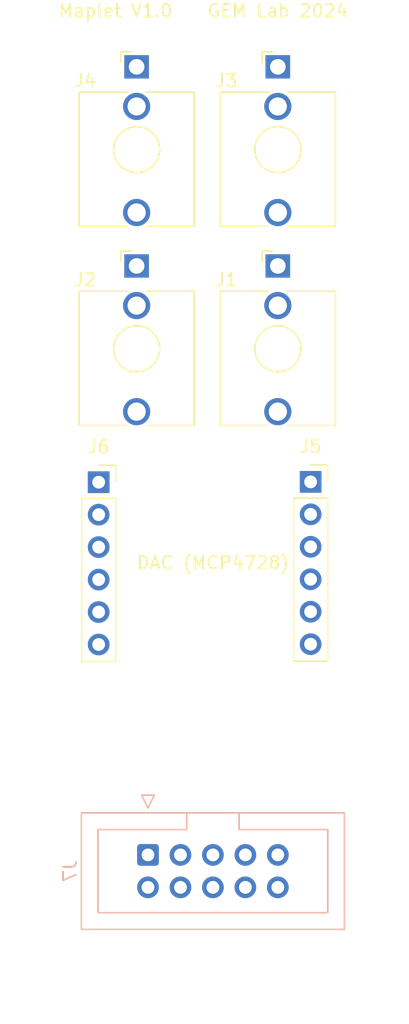
<source format=kicad_pcb>
(kicad_pcb (version 20211014) (generator pcbnew)
  (layers (0 "F.Cu" signal) (31 "B.Cu" signal) (34 "B.Paste" user) (35 "F.Paste" user) (36 "B.SilkS" user "B.Silkscreen") (37 "F.SilkS" user "F.Silkscreen") (38 "B.Mask" user) (39 "F.Mask" user) (44 "Edge.Cuts" user))
  (net 0 "")
  (net 1 "Net-(J1-PadS)")
  (net 2 "Net-(J2-PadT)")
  (net 3 "Net-(J2-PadS)")
  (net 4 "Net-(J3-PadS)")
  (net 5 "Net-(J4-PadS)")
  (net 12 "Net-(J6-Pad1)")
  (footprint "Connector_Audio:Jack_3.5mm_QingPu_WQP-PJ398SM_Vertical_CircularHoles" (layer "F.Cu") (at 137.16 75.5)
    (fp_text reference "J3" (at -4.03 1.08 180) (layer "F.SilkS"))
    (fp_text value "AudioJack3")
    (fp_line (start -0.72 1.98) (end -4.5 1.98) (layer "F.SilkS") (width 0.12))
    (fp_line (start 4.5 12.48) (end 0.8 12.48) (layer "F.SilkS") (width 0.12))
    (fp_line (start -1.23 -1.17) (end -1.23 -0.37) (layer "F.SilkS") (width 0.12))
    (fp_line (start -4.5 1.98) (end -4.5 12.48) (layer "F.SilkS") (width 0.12))
    (fp_line (start 4.5 1.98) (end 4.5 12.48) (layer "F.SilkS") (width 0.12))
    (fp_line (start 4.5 1.98) (end 0.72 1.98) (layer "F.SilkS") (width 0.12))
    (fp_line (start -0.8 12.48) (end -4.5 12.48) (layer "F.SilkS") (width 0.12))
    (fp_line (start -1.23 -1.17) (end -0.37 -1.17) (layer "F.SilkS") (width 0.12))
    (fp_circle (center 0 6.48) (end 1.8 6.48) (layer "F.SilkS") (width 0.12) (fill none))
    (pad "S" thru_hole rect (at 0 0 180) (size 1.93 1.83) (drill 1.22) (layers *.Cu *.Mask) (net 4 "Net-(J3-PadS)"))
    (pad "T" thru_hole circle (at 0 11.4 180) (size 2.13 2.13) (drill 1.43) (layers *.Cu *.Mask) (net 2 "Net-(J2-PadT)"))
    (pad "TN" thru_hole circle (at 0 3.1 180) (size 2.13 2.13) (drill 1.42) (layers *.Cu *.Mask))
  )
  (footprint "Connector_Audio:Jack_3.5mm_QingPu_WQP-PJ398SM_Vertical_CircularHoles" (layer "F.Cu") (at 137.16 91.08)
    (fp_text reference "J1" (at -4.03 1.08 180) (layer "F.SilkS"))
    (fp_text value "AudioJack3")
    (fp_line (start 4.5 1.98) (end 4.5 12.48) (layer "F.SilkS") (width 0.12))
    (fp_line (start -1.23 -1.17) (end -0.37 -1.17) (layer "F.SilkS") (width 0.12))
    (fp_line (start -4.5 1.98) (end -4.5 12.48) (layer "F.SilkS") (width 0.12))
    (fp_line (start -0.72 1.98) (end -4.5 1.98) (layer "F.SilkS") (width 0.12))
    (fp_line (start -1.23 -1.17) (end -1.23 -0.37) (layer "F.SilkS") (width 0.12))
    (fp_line (start 4.5 1.98) (end 0.72 1.98) (layer "F.SilkS") (width 0.12))
    (fp_line (start -0.8 12.48) (end -4.5 12.48) (layer "F.SilkS") (width 0.12))
    (fp_line (start 4.5 12.48) (end 0.8 12.48) (layer "F.SilkS") (width 0.12))
    (fp_circle (center 0 6.48) (end 1.8 6.48) (layer "F.SilkS") (width 0.12) (fill none))
    (pad "S" thru_hole rect (at 0 0 180) (size 1.93 1.83) (drill 1.22) (layers *.Cu *.Mask) (net 1 "Net-(J1-PadS)"))
    (pad "T" thru_hole circle (at 0 11.4 180) (size 2.13 2.13) (drill 1.43) (layers *.Cu *.Mask) (net 2 "Net-(J2-PadT)"))
    (pad "TN" thru_hole circle (at 0 3.1 180) (size 2.13 2.13) (drill 1.42) (layers *.Cu *.Mask))
  )
  (footprint "Connector_Audio:Jack_3.5mm_QingPu_WQP-PJ398SM_Vertical_CircularHoles" (layer "F.Cu") (at 126.11 91.08)
    (fp_text reference "J2" (at -4.03 1.08 180) (layer "F.SilkS"))
    (fp_text value "AudioJack3")
    (fp_line (start -1.23 -1.17) (end -0.37 -1.17) (layer "F.SilkS") (width 0.12))
    (fp_line (start 4.5 1.98) (end 4.5 12.48) (layer "F.SilkS") (width 0.12))
    (fp_line (start 4.5 1.98) (end 0.72 1.98) (layer "F.SilkS") (width 0.12))
    (fp_line (start -0.8 12.48) (end -4.5 12.48) (layer "F.SilkS") (width 0.12))
    (fp_line (start -4.5 1.98) (end -4.5 12.48) (layer "F.SilkS") (width 0.12))
    (fp_line (start -0.72 1.98) (end -4.5 1.98) (layer "F.SilkS") (width 0.12))
    (fp_line (start -1.23 -1.17) (end -1.23 -0.37) (layer "F.SilkS") (width 0.12))
    (fp_line (start 4.5 12.48) (end 0.8 12.48) (layer "F.SilkS") (width 0.12))
    (fp_circle (center 0 6.48) (end 1.8 6.48) (layer "F.SilkS") (width 0.12) (fill none))
    (pad "S" thru_hole rect (at 0 0 180) (size 1.93 1.83) (drill 1.22) (layers *.Cu *.Mask) (net 3 "Net-(J2-PadS)"))
    (pad "T" thru_hole circle (at 0 11.4 180) (size 2.13 2.13) (drill 1.43) (layers *.Cu *.Mask) (net 2 "Net-(J2-PadT)"))
    (pad "TN" thru_hole circle (at 0 3.1 180) (size 2.13 2.13) (drill 1.42) (layers *.Cu *.Mask))
  )
  (footprint "Connector_PinSocket_2.54mm:PinSocket_1x06_P2.54mm_Vertical" (layer "F.Cu") (at 139.725 107.975)
    (fp_text reference "J5" (at 0 -2.77) (layer "F.SilkS"))
    (fp_text value "Conn_01x06_Female")
    (fp_line (start 1.33 1.27) (end 1.33 14.03) (layer "F.SilkS") (width 0.12))
    (fp_line (start 1.33 -1.33) (end 1.33 0) (layer "F.SilkS") (width 0.12))
    (fp_line (start 0 -1.33) (end 1.33 -1.33) (layer "F.SilkS") (width 0.12))
    (fp_line (start -1.33 14.03) (end 1.33 14.03) (layer "F.SilkS") (width 0.12))
    (fp_line (start -1.33 1.27) (end 1.33 1.27) (layer "F.SilkS") (width 0.12))
    (fp_line (start -1.33 1.27) (end -1.33 14.03) (layer "F.SilkS") (width 0.12))
    (pad "1" thru_hole rect (at 0 0) (size 1.7 1.7) (drill 1) (layers *.Cu *.Mask) (net 2 "Net-(J2-PadT)"))
    (pad "2" thru_hole oval (at 0 2.54) (size 1.7 1.7) (drill 1) (layers *.Cu *.Mask) (net 5 "Net-(J4-PadS)"))
    (pad "3" thru_hole oval (at 0 5.08) (size 1.7 1.7) (drill 1) (layers *.Cu *.Mask) (net 3 "Net-(J2-PadS)"))
    (pad "4" thru_hole oval (at 0 7.62) (size 1.7 1.7) (drill 1) (layers *.Cu *.Mask) (net 4 "Net-(J3-PadS)"))
    (pad "5" thru_hole oval (at 0 10.16) (size 1.7 1.7) (drill 1) (layers *.Cu *.Mask) (net 1 "Net-(J1-PadS)"))
    (pad "6" thru_hole oval (at 0 12.7) (size 1.7 1.7) (drill 1) (layers *.Cu *.Mask))
  )
  (footprint "Connector_PinSocket_2.54mm:PinSocket_1x06_P2.54mm_Vertical" (layer "F.Cu") (at 123.14 108)
    (fp_text reference "J6" (at 0 -2.77) (layer "F.SilkS"))
    (fp_text value "Conn_01x06_Female")
    (fp_line (start -1.33 14.03) (end 1.33 14.03) (layer "F.SilkS") (width 0.12))
    (fp_line (start -1.33 1.27) (end 1.33 1.27) (layer "F.SilkS") (width 0.12))
    (fp_line (start 1.33 -1.33) (end 1.33 0) (layer "F.SilkS") (width 0.12))
    (fp_line (start 1.33 1.27) (end 1.33 14.03) (layer "F.SilkS") (width 0.12))
    (fp_line (start -1.33 1.27) (end -1.33 14.03) (layer "F.SilkS") (width 0.12))
    (fp_line (start 0 -1.33) (end 1.33 -1.33) (layer "F.SilkS") (width 0.12))
    (pad "1" thru_hole rect (at 0 0) (size 1.7 1.7) (drill 1) (layers *.Cu *.Mask) (net 12 "Net-(J6-Pad1)"))
    (pad "2" thru_hole oval (at 0 2.54) (size 1.7 1.7) (drill 1) (layers *.Cu *.Mask))
    (pad "3" thru_hole oval (at 0 5.08) (size 1.7 1.7) (drill 1) (layers *.Cu *.Mask))
    (pad "4" thru_hole oval (at 0 7.62) (size 1.7 1.7) (drill 1) (layers *.Cu *.Mask))
    (pad "5" thru_hole oval (at 0 10.16) (size 1.7 1.7) (drill 1) (layers *.Cu *.Mask))
    (pad "6" thru_hole oval (at 0 12.7) (size 1.7 1.7) (drill 1) (layers *.Cu *.Mask))
  )
  (footprint "Connector_Audio:Jack_3.5mm_QingPu_WQP-PJ398SM_Vertical_CircularHoles" (layer "F.Cu") (at 126.11 75.5)
    (fp_text reference "J4" (at -4.03 1.08 180) (layer "F.SilkS"))
    (fp_text value "AudioJack3")
    (fp_line (start -0.72 1.98) (end -4.5 1.98) (layer "F.SilkS") (width 0.12))
    (fp_line (start -1.23 -1.17) (end -1.23 -0.37) (layer "F.SilkS") (width 0.12))
    (fp_line (start 4.5 1.98) (end 4.5 12.48) (layer "F.SilkS") (width 0.12))
    (fp_line (start -1.23 -1.17) (end -0.37 -1.17) (layer "F.SilkS") (width 0.12))
    (fp_line (start -0.8 12.48) (end -4.5 12.48) (layer "F.SilkS") (width 0.12))
    (fp_line (start 4.5 1.98) (end 0.72 1.98) (layer "F.SilkS") (width 0.12))
    (fp_line (start -4.5 1.98) (end -4.5 12.48) (layer "F.SilkS") (width 0.12))
    (fp_line (start 4.5 12.48) (end 0.8 12.48) (layer "F.SilkS") (width 0.12))
    (fp_circle (center 0 6.48) (end 1.8 6.48) (layer "F.SilkS") (width 0.12) (fill none))
    (pad "S" thru_hole rect (at 0 0 180) (size 1.93 1.83) (drill 1.22) (layers *.Cu *.Mask) (net 5 "Net-(J4-PadS)"))
    (pad "T" thru_hole circle (at 0 11.4 180) (size 2.13 2.13) (drill 1.43) (layers *.Cu *.Mask) (net 2 "Net-(J2-PadT)"))
    (pad "TN" thru_hole circle (at 0 3.1 180) (size 2.13 2.13) (drill 1.42) (layers *.Cu *.Mask))
  )
  (footprint "Connector_IDC:IDC-Header_2x05_P2.54mm_Vertical" (layer "B.Cu") (at 127 137.16 -90)
    (fp_text reference "J7" (at 1.27 6.1 90) (layer "B.SilkS") (effects (justify mirror)))
    (fp_text value "Conn_02x05_Counter_Clockwise")
    (fp_line (start 5.83 5.21) (end 5.83 -15.37) (layer "B.SilkS") (width 0.12))
    (fp_line (start -4.68 0.5) (end -4.68 -0.5) (layer "B.SilkS") (width 0.12))
    (fp_line (start -1.98 -3.03) (end -1.98 3.91) (layer "B.SilkS") (width 0.12))
    (fp_line (start -1.98 -14.07) (end -1.98 -7.13) (layer "B.SilkS") (width 0.12))
    (fp_line (start -3.68 0) (end -4.68 0.5) (layer "B.SilkS") (width 0.12))
    (fp_line (start -3.29 -3.03) (end -1.98 -3.03) (layer "B.SilkS") (width 0.12))
    (fp_line (start 4.52 -14.07) (end -1.98 -14.07) (layer "B.SilkS") (width 0.12))
    (fp_line (start 4.52 3.91) (end 4.52 -14.07) (layer "B.SilkS") (width 0.12))
    (fp_line (start -1.98 -7.13) (end -1.98 -7.13) (layer "B.SilkS") (width 0.12))
    (fp_line (start -1.98 3.91) (end 4.52 3.91) (layer "B.SilkS") (width 0.12))
    (fp_line (start -1.98 -7.13) (end -3.29 -7.13) (layer "B.SilkS") (width 0.12))
    (fp_line (start -3.29 5.21) (end 5.83 5.21) (layer "B.SilkS") (width 0.12))
    (fp_line (start -4.68 -0.5) (end -3.68 0) (layer "B.SilkS") (width 0.12))
    (fp_line (start -3.29 -15.37) (end -3.29 5.21) (layer "B.SilkS") (width 0.12))
    (fp_line (start 5.83 -15.37) (end -3.29 -15.37) (layer "B.SilkS") (width 0.12))
    (pad "1" thru_hole roundrect (at 0 0 270) (size 1.7 1.7) (drill 1) (layers *.Cu *.Mask) (roundrect_rratio 0.147059) (net 12 "Net-(J6-Pad1)"))
    (pad "2" thru_hole circle (at 2.54 0 270) (size 1.7 1.7) (drill 1) (layers *.Cu *.Mask) (net 2 "Net-(J2-PadT)"))
    (pad "3" thru_hole circle (at 0 -2.54 270) (size 1.7 1.7) (drill 1) (layers *.Cu *.Mask))
    (pad "4" thru_hole circle (at 2.54 -2.54 270) (size 1.7 1.7) (drill 1) (layers *.Cu *.Mask))
    (pad "5" thru_hole circle (at 0 -5.08 270) (size 1.7 1.7) (drill 1) (layers *.Cu *.Mask))
    (pad "6" thru_hole circle (at 2.54 -5.08 270) (size 1.7 1.7) (drill 1) (layers *.Cu *.Mask))
    (pad "7" thru_hole circle (at 0 -7.62 270) (size 1.7 1.7) (drill 1) (layers *.Cu *.Mask))
    (pad "8" thru_hole circle (at 2.54 -7.62 270) (size 1.7 1.7) (drill 1) (layers *.Cu *.Mask))
    (pad "9" thru_hole circle (at 0 -10.16 270) (size 1.7 1.7) (drill 1) (layers *.Cu *.Mask))
    (pad "10" thru_hole circle (at 2.54 -10.16 270) (size 1.7 1.7) (drill 1) (layers *.Cu *.Mask))
  )
  (gr_text "DAC (MCP4728)\n" (at 132.08 114.3) (layer "F.SilkS") (effects (font (size 1 1))))
  (gr_text "GEM Lab 2024" (at 137.16 71.12) (layer "F.SilkS") (effects (font (size 1 1))))
  (gr_text "Maplet V1.0" (at 124.46 71.12) (layer "F.SilkS") (effects (font (size 1 1))))
)
</source>
